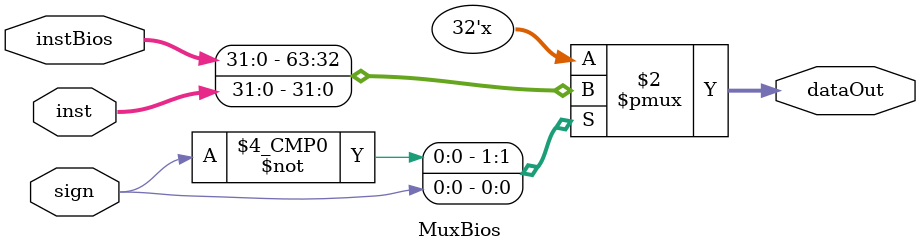
<source format=v>
module MuxBios(
	input sign		,
	input [31:0] instBios	,
	input [31:0] inst	,
	output reg[31:0] dataOut
);

	always@(*) begin
		case(sign)
			0: dataOut = instBios;
			1: dataOut = inst;
			default: dataOut = instBios;
		endcase
	end	
endmodule 


</source>
